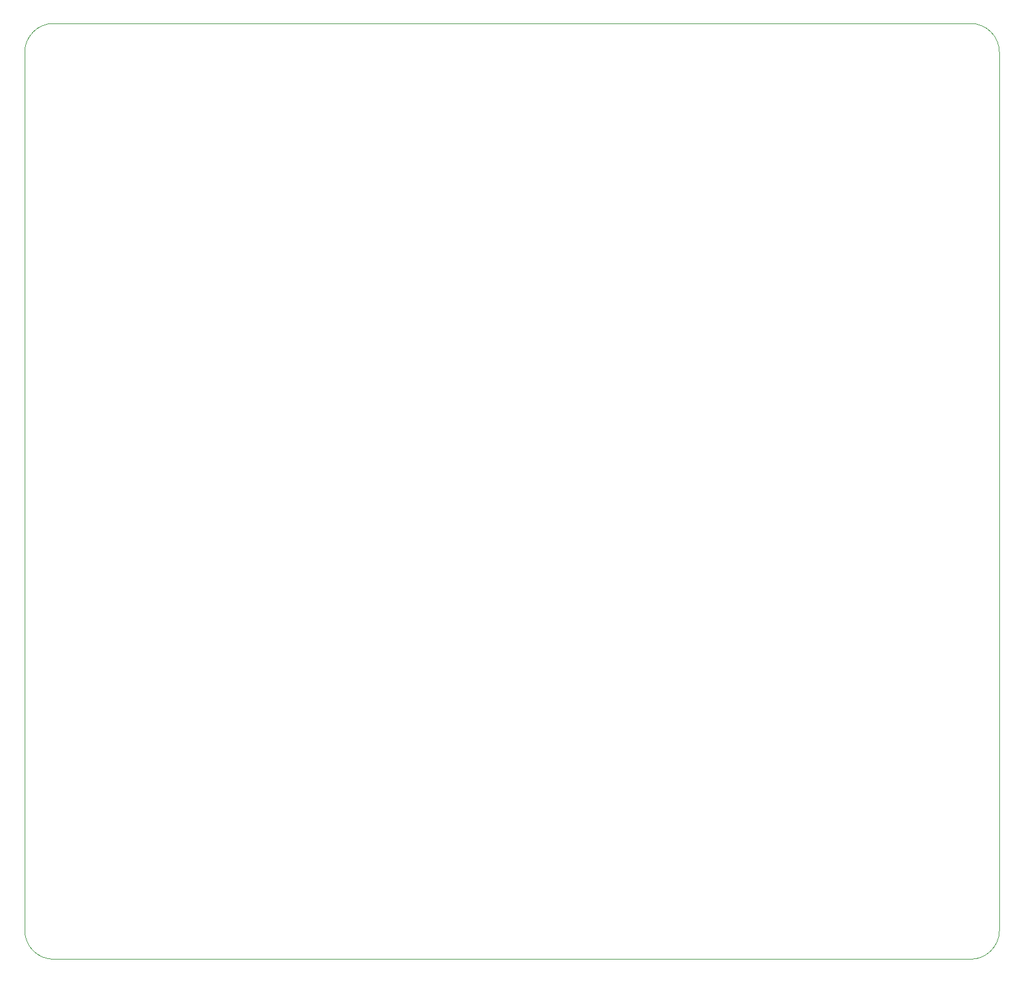
<source format=gm1>
%TF.GenerationSoftware,KiCad,Pcbnew,(6.0.10)*%
%TF.CreationDate,2022-12-30T00:20:44-06:00*%
%TF.ProjectId,Armboard_Hardware,41726d62-6f61-4726-945f-486172647761,rev?*%
%TF.SameCoordinates,Original*%
%TF.FileFunction,Profile,NP*%
%FSLAX46Y46*%
G04 Gerber Fmt 4.6, Leading zero omitted, Abs format (unit mm)*
G04 Created by KiCad (PCBNEW (6.0.10)) date 2022-12-30 00:20:44*
%MOMM*%
%LPD*%
G01*
G04 APERTURE LIST*
%TA.AperFunction,Profile*%
%ADD10C,0.100000*%
%TD*%
G04 APERTURE END LIST*
D10*
X285496000Y-287528000D02*
X156464080Y-287528000D01*
X289560000Y-283464000D02*
X289560000Y-159893000D01*
X285496000Y-287528000D02*
G75*
G03*
X289560000Y-283464000I0J4064000D01*
G01*
X152400080Y-283464000D02*
X152400080Y-159893000D01*
X156464080Y-155828980D02*
G75*
G03*
X152400080Y-159893000I20J-4064020D01*
G01*
X289560000Y-159893000D02*
G75*
G03*
X285496000Y-155829000I-4064000J0D01*
G01*
X152400100Y-283464000D02*
G75*
G03*
X156464080Y-287528000I4064000J0D01*
G01*
X156464080Y-155829000D02*
X285496000Y-155829000D01*
M02*

</source>
